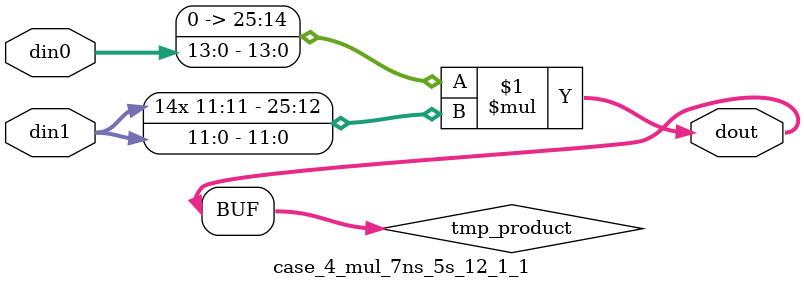
<source format=v>

`timescale 1 ns / 1 ps

 (* use_dsp = "no" *)  module case_4_mul_7ns_5s_12_1_1(din0, din1, dout);
parameter ID = 1;
parameter NUM_STAGE = 0;
parameter din0_WIDTH = 14;
parameter din1_WIDTH = 12;
parameter dout_WIDTH = 26;

input [din0_WIDTH - 1 : 0] din0; 
input [din1_WIDTH - 1 : 0] din1; 
output [dout_WIDTH - 1 : 0] dout;

wire signed [dout_WIDTH - 1 : 0] tmp_product;

























assign tmp_product = $signed({1'b0, din0}) * $signed(din1);










assign dout = tmp_product;





















endmodule

</source>
